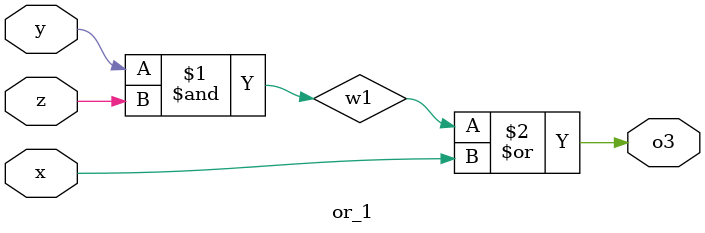
<source format=v>
module or_1(x,y,z,o3);
input x,y,z;
output o3;

wire w1;
assign w1 = y & z;
assign o3 = w1 | x;

endmodule


</source>
